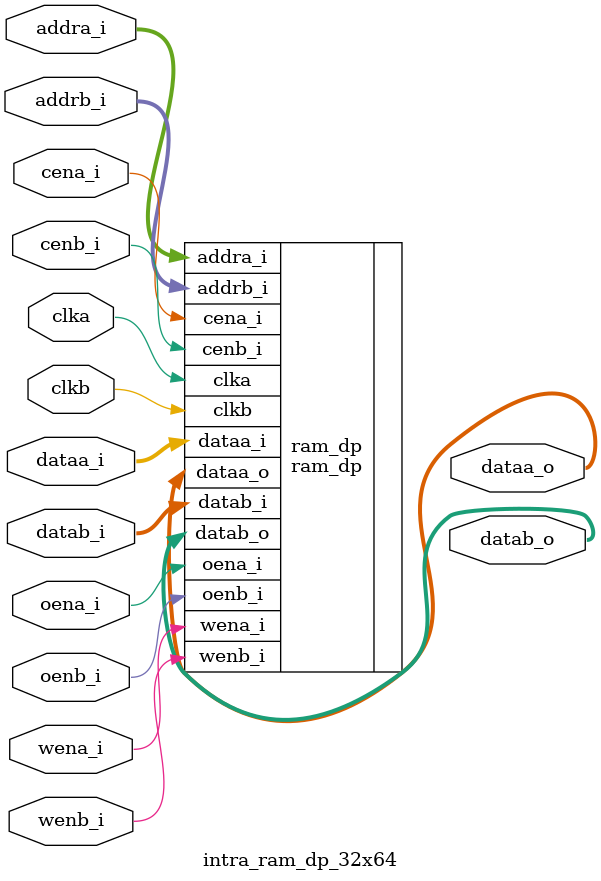
<source format=v>

`include "enc_defines.v"

module intra_ram_dp_32x64 (
  clka    ,
  cena_i  ,
  oena_i  ,
  wena_i  ,
  addra_i ,
  dataa_o ,
  dataa_i ,
  clkb    ,
  cenb_i  ,
  oenb_i  ,
  wenb_i  ,
  addrb_i ,
  datab_o ,
  datab_i
);


//*** PARAMETER DECLARATION ****************************************************

  localparam Word_Width = 32 ;
  localparam Addr_Width = 6  ;


//*** INPUT/OUTPUT DECLARATION *************************************************
  // A port
  input                       clka    ;
  input                       cena_i  ;
  input                       oena_i  ;
  input                       wena_i  ;
  input  [Addr_Width-1 :0]    addra_i ;
  input  [Word_Width-1 :0]    dataa_i ;
  output [Word_Width-1 :0]    dataa_o ;

  // B Port
  input                       clkb    ;
  input                       cenb_i  ;
  input                       oenb_i  ;
  input                       wenb_i  ;
  input  [Addr_Width-1 :0]    addrb_i ;
  input  [Word_Width-1 :0]    datab_i ;
  output [Word_Width-1 :0]    datab_o ;


//*** MAIN BODY ****************************************************************

  ram_dp #(
    .Addr_Width    ( Addr_Width    ),
    .Word_Width    ( Word_Width    )
  ) ram_dp (
    .clka          ( clka          ),
    .cena_i        ( cena_i        ),
    .oena_i        ( oena_i        ),
    .wena_i        ( wena_i        ),
    .addra_i       ( addra_i       ),
    .dataa_o       ( dataa_o       ),
    .dataa_i       ( dataa_i       ),
    .clkb          ( clkb          ),
    .cenb_i        ( cenb_i        ),
    .oenb_i        ( oenb_i        ),
    .wenb_i        ( wenb_i        ),
    .addrb_i       ( addrb_i       ),
    .datab_o       ( datab_o       ),
    .datab_i       ( datab_i       )
    );

endmodule
</source>
